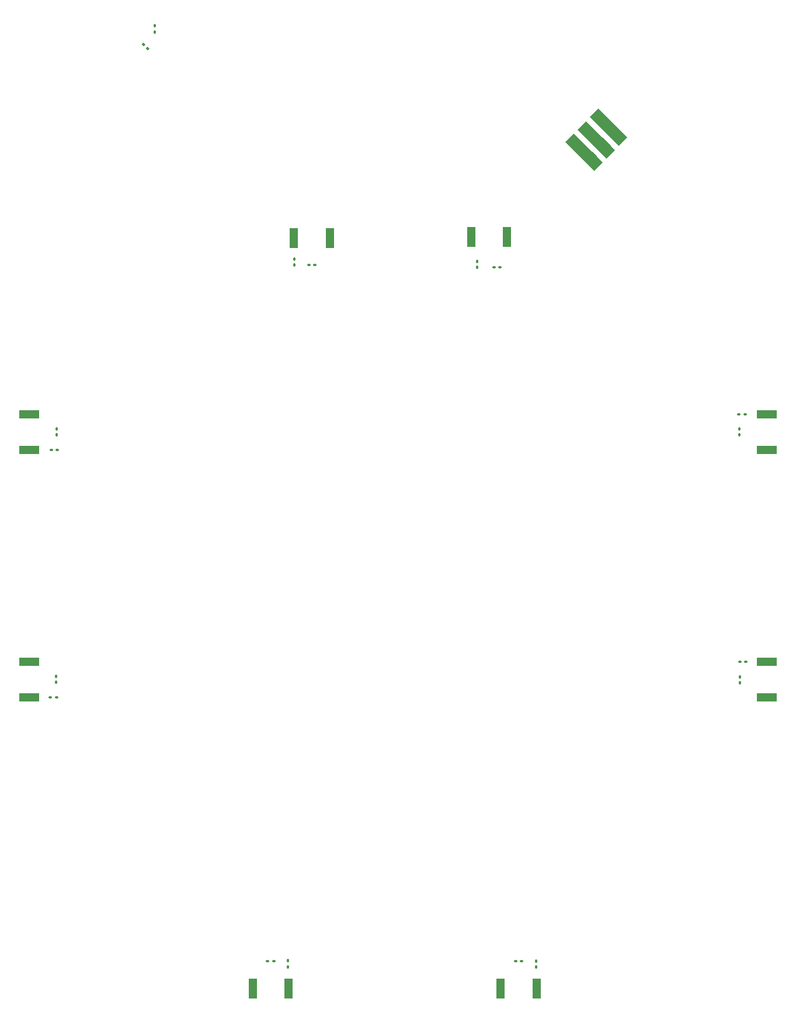
<source format=gtp>
%TF.GenerationSoftware,KiCad,Pcbnew,7.0.9*%
%TF.CreationDate,2024-01-03T16:13:27+08:00*%
%TF.ProjectId,bottom-rounded,626f7474-6f6d-42d7-926f-756e6465642e,rev?*%
%TF.SameCoordinates,Original*%
%TF.FileFunction,Paste,Top*%
%TF.FilePolarity,Positive*%
%FSLAX46Y46*%
G04 Gerber Fmt 4.6, Leading zero omitted, Abs format (unit mm)*
G04 Created by KiCad (PCBNEW 7.0.9) date 2024-01-03 16:13:27*
%MOMM*%
%LPD*%
G01*
G04 APERTURE LIST*
G04 Aperture macros list*
%AMRoundRect*
0 Rectangle with rounded corners*
0 $1 Rounding radius*
0 $2 $3 $4 $5 $6 $7 $8 $9 X,Y pos of 4 corners*
0 Add a 4 corners polygon primitive as box body*
4,1,4,$2,$3,$4,$5,$6,$7,$8,$9,$2,$3,0*
0 Add four circle primitives for the rounded corners*
1,1,$1+$1,$2,$3*
1,1,$1+$1,$4,$5*
1,1,$1+$1,$6,$7*
1,1,$1+$1,$8,$9*
0 Add four rect primitives between the rounded corners*
20,1,$1+$1,$2,$3,$4,$5,0*
20,1,$1+$1,$4,$5,$6,$7,0*
20,1,$1+$1,$6,$7,$8,$9,0*
20,1,$1+$1,$8,$9,$2,$3,0*%
%AMHorizOval*
0 Thick line with rounded ends*
0 $1 width*
0 $2 $3 position (X,Y) of the first rounded end (center of the circle)*
0 $4 $5 position (X,Y) of the second rounded end (center of the circle)*
0 Add line between two ends*
20,1,$1,$2,$3,$4,$5,0*
0 Add two circle primitives to create the rounded ends*
1,1,$1,$2,$3*
1,1,$1,$4,$5*%
%AMRotRect*
0 Rectangle, with rotation*
0 The origin of the aperture is its center*
0 $1 length*
0 $2 width*
0 $3 Rotation angle, in degrees counterclockwise*
0 Add horizontal line*
21,1,$1,$2,0,0,$3*%
%AMOutline5P*
0 Free polygon, 5 corners , with rotation*
0 The origin of the aperture is its center*
0 number of corners: always 5*
0 $1 to $10 corner X, Y*
0 $11 Rotation angle, in degrees counterclockwise*
0 create outline with 5 corners*
4,1,5,$1,$2,$3,$4,$5,$6,$7,$8,$9,$10,$1,$2,$11*%
%AMOutline6P*
0 Free polygon, 6 corners , with rotation*
0 The origin of the aperture is its center*
0 number of corners: always 6*
0 $1 to $12 corner X, Y*
0 $13 Rotation angle, in degrees counterclockwise*
0 create outline with 6 corners*
4,1,6,$1,$2,$3,$4,$5,$6,$7,$8,$9,$10,$11,$12,$1,$2,$13*%
%AMOutline7P*
0 Free polygon, 7 corners , with rotation*
0 The origin of the aperture is its center*
0 number of corners: always 7*
0 $1 to $14 corner X, Y*
0 $15 Rotation angle, in degrees counterclockwise*
0 create outline with 7 corners*
4,1,7,$1,$2,$3,$4,$5,$6,$7,$8,$9,$10,$11,$12,$13,$14,$1,$2,$15*%
%AMOutline8P*
0 Free polygon, 8 corners , with rotation*
0 The origin of the aperture is its center*
0 number of corners: always 8*
0 $1 to $16 corner X, Y*
0 $17 Rotation angle, in degrees counterclockwise*
0 create outline with 8 corners*
4,1,8,$1,$2,$3,$4,$5,$6,$7,$8,$9,$10,$11,$12,$13,$14,$15,$16,$1,$2,$17*%
G04 Aperture macros list end*
%ADD10RoundRect,0.090000X-0.139000X-0.090000X0.139000X-0.090000X0.139000X0.090000X-0.139000X0.090000X0*%
%ADD11RoundRect,0.090000X0.139000X0.090000X-0.139000X0.090000X-0.139000X-0.090000X0.139000X-0.090000X0*%
%ADD12R,1.190000X3.000000*%
%ADD13RoundRect,0.090000X-0.090000X0.139000X-0.090000X-0.139000X0.090000X-0.139000X0.090000X0.139000X0*%
%ADD14R,3.000000X1.190000*%
%ADD15RoundRect,0.090000X0.090000X-0.139000X0.090000X0.139000X-0.090000X0.139000X-0.090000X-0.139000X0*%
%ADD16RoundRect,0.090000X0.161927X-0.034648X-0.034648X0.161927X-0.161927X0.034648X0.034648X-0.161927X0*%
%ADD17Outline8P,-0.850000X0.510000X-0.510000X0.850000X0.510000X0.850000X0.850000X0.510000X0.850000X-0.510000X0.510000X-0.850000X-0.510000X-0.850000X-0.850000X-0.510000X135.000000*%
%ADD18RotRect,1.700000X5.969000X225.000000*%
%ADD19RotRect,1.700000X1.700000X135.000000*%
%ADD20HorizOval,1.700000X0.000000X0.000000X0.000000X0.000000X0*%
G04 APERTURE END LIST*
D10*
%TO.C,R7*%
X139470700Y-115976400D03*
X140335700Y-115976400D03*
%TD*%
%TO.C,R6*%
X139317200Y-80060800D03*
X140182200Y-80060800D03*
%TD*%
D11*
%TO.C,R3*%
X40361300Y-121158000D03*
X39496300Y-121158000D03*
%TD*%
D12*
%TO.C,D4*%
X68844500Y-163333000D03*
X74034500Y-163333000D03*
%TD*%
D13*
%TO.C,R8*%
X109931200Y-159384300D03*
X109931200Y-160249300D03*
%TD*%
%TO.C,C7*%
X139496800Y-118134700D03*
X139496800Y-118999700D03*
%TD*%
%TO.C,C6*%
X139344400Y-82168300D03*
X139344400Y-83033300D03*
%TD*%
D10*
%TO.C,C5*%
X103834500Y-58724800D03*
X104699500Y-58724800D03*
%TD*%
D11*
%TO.C,C8*%
X107824800Y-159410400D03*
X106959800Y-159410400D03*
%TD*%
D14*
%TO.C,D3*%
X36438000Y-115961500D03*
X36438000Y-121151500D03*
%TD*%
D15*
%TO.C,C3*%
X40335200Y-118948900D03*
X40335200Y-118083900D03*
%TD*%
D12*
%TO.C,D1*%
X79999500Y-54472000D03*
X74809500Y-54472000D03*
%TD*%
D11*
%TO.C,R2*%
X40462900Y-85191600D03*
X39597900Y-85191600D03*
%TD*%
D10*
%TO.C,C1*%
X76934800Y-58369200D03*
X77799800Y-58369200D03*
%TD*%
D15*
%TO.C,R5*%
X101346000Y-58750900D03*
X101346000Y-57885900D03*
%TD*%
D11*
%TO.C,C4*%
X71858400Y-159359600D03*
X70993400Y-159359600D03*
%TD*%
D15*
%TO.C,R9*%
X54610000Y-24562500D03*
X54610000Y-23697500D03*
%TD*%
%TO.C,C2*%
X40436800Y-83033300D03*
X40436800Y-82168300D03*
%TD*%
D16*
%TO.C,C9*%
X53645824Y-26975824D03*
X53034176Y-26364176D03*
%TD*%
D14*
%TO.C,D6*%
X143383000Y-85217000D03*
X143383000Y-80027000D03*
%TD*%
D15*
%TO.C,R1*%
X74828400Y-58396400D03*
X74828400Y-57531400D03*
%TD*%
D14*
%TO.C,D2*%
X36438000Y-80020500D03*
X36438000Y-85210500D03*
%TD*%
D12*
%TO.C,D8*%
X104785500Y-163333000D03*
X109975500Y-163333000D03*
%TD*%
D14*
%TO.C,D7*%
X143394000Y-121147500D03*
X143394000Y-115957500D03*
%TD*%
D12*
%TO.C,D5*%
X105664000Y-54356000D03*
X100474000Y-54356000D03*
%TD*%
D17*
%TO.C,T10*%
X117748582Y-42926309D03*
D18*
X116850556Y-42028283D03*
D19*
X119544633Y-41130258D03*
D18*
X118646608Y-40232232D03*
D20*
X121340684Y-39334207D03*
D18*
X120442658Y-38436182D03*
%TD*%
D13*
%TO.C,R4*%
X73964800Y-159333500D03*
X73964800Y-160198500D03*
%TD*%
M02*

</source>
